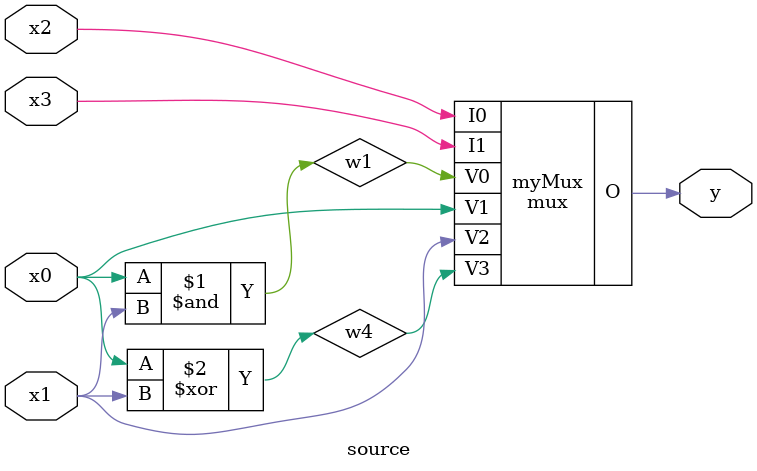
<source format=v>
`timescale 1ns/1ns

module mux(I1, I0, V0, V1, V2, V3, O);
    input I1, I0, V0, V1, V2, V3;
    output O;

    reg O;

    always @(I1, I0, V0, V1, V2, V3) 
    begin
        if (I1 == 0 && I0 == 0) begin
            O <= V0;
        end
        else
            if (I1 == 0 && I0  == 1) begin
            O <= V1;
            end
        else 
            if (I1 == 1 && I0 == 0) begin
            O <= V2;
            end
        else
            begin
            O <= V3;   
            end
    end
endmodule //source

module source (y, x0, x1, x2, x3);
    input x0, x1, x2, x3;
    output  y;

    wire w1, w4;

    and(w1, x0, x1);
    
    xor(w4, x0, x1);

    mux myMux(x3, x2, w1, x0, x1, w4, y);
endmodule //source
</source>
